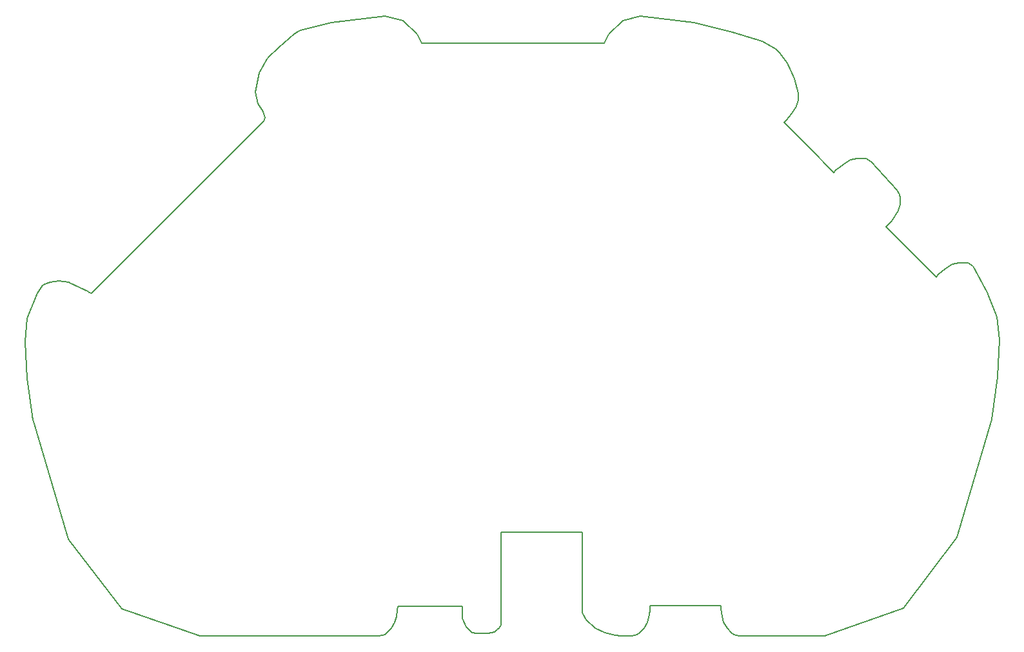
<source format=gbr>
G04 #@! TF.GenerationSoftware,KiCad,Pcbnew,(5.1.4)-1*
G04 #@! TF.CreationDate,2019-10-19T14:09:25-04:00*
G04 #@! TF.ProjectId,I2C Bus Board,49324320-4275-4732-9042-6f6172642e6b,rev?*
G04 #@! TF.SameCoordinates,Original*
G04 #@! TF.FileFunction,Profile,NP*
%FSLAX46Y46*%
G04 Gerber Fmt 4.6, Leading zero omitted, Abs format (unit mm)*
G04 Created by KiCad (PCBNEW (5.1.4)-1) date 2019-10-19 14:09:25*
%MOMM*%
%LPD*%
G04 APERTURE LIST*
%ADD10C,0.150000*%
G04 APERTURE END LIST*
D10*
X222377000Y-102679500D02*
X222377000Y-102235000D01*
X184594500Y-102362000D02*
X188468000Y-102362000D01*
X188468000Y-102679500D02*
X188468000Y-102362000D01*
X188468000Y-103949500D02*
X188468000Y-102679500D01*
X188976000Y-105029000D02*
X188468000Y-103949500D01*
X189674500Y-105791000D02*
X188976000Y-105029000D01*
X190309500Y-105918000D02*
X189674500Y-105791000D01*
X191833500Y-105918000D02*
X190309500Y-105918000D01*
X193230500Y-105219500D02*
X193040000Y-105410000D01*
X193484500Y-104775000D02*
X193230500Y-105219500D01*
X193484500Y-103187500D02*
X193484500Y-104775000D01*
X192659000Y-105727500D02*
X193040000Y-105410000D01*
X191833500Y-105918000D02*
X192659000Y-105727500D01*
X143764000Y-102679500D02*
X136715500Y-93535500D01*
X178244500Y-106045000D02*
X177546000Y-106235500D01*
X179133500Y-105219500D02*
X178562000Y-105791000D01*
X179768500Y-103695500D02*
X179578000Y-104457500D01*
X179959000Y-102362000D02*
X179895500Y-102870000D01*
X204152500Y-92583000D02*
X193484500Y-92583000D01*
X204660500Y-104140000D02*
X204152500Y-103187500D01*
X207137000Y-105791000D02*
X205867000Y-105219500D01*
X209232500Y-106235500D02*
X208534000Y-106108500D01*
X211391500Y-106045000D02*
X210693000Y-106235500D01*
X212280500Y-105219500D02*
X211709000Y-105791000D01*
X212979000Y-103441500D02*
X212725000Y-104457500D01*
X213106000Y-102235000D02*
X213042500Y-102870000D01*
X222377000Y-102235000D02*
X217741500Y-102235000D01*
X222758000Y-104457500D02*
X222567500Y-103695500D01*
X223774000Y-105791000D02*
X223202500Y-105219500D01*
X224790000Y-106235500D02*
X224091500Y-106045000D01*
X246380000Y-102552500D02*
X236029500Y-106235500D01*
X257937000Y-77787500D02*
X253365000Y-93281500D01*
X258953000Y-67310000D02*
X258699000Y-72199500D01*
X257365500Y-61087000D02*
X258635500Y-64325500D01*
X254838718Y-57242446D02*
X255467336Y-57601656D01*
X253626383Y-57197545D02*
X254434606Y-57197545D01*
X252099740Y-57826163D02*
X252773259Y-57422051D01*
X250887405Y-58769090D02*
X251426220Y-58320077D01*
X247340204Y-55760704D02*
X250617997Y-59038497D01*
X244331818Y-52213503D02*
X244062411Y-52482911D01*
X245274745Y-51001168D02*
X244780831Y-51674687D01*
X245903363Y-49474525D02*
X245678856Y-50327649D01*
X245858462Y-48262190D02*
X245903363Y-48666302D01*
X242068836Y-43885656D02*
X245499251Y-47633572D01*
X241036106Y-43481545D02*
X241440218Y-43526446D01*
X239374759Y-43706051D02*
X240227883Y-43481545D01*
X238027720Y-44604077D02*
X238701240Y-44110163D01*
X237488905Y-45053090D02*
X238027720Y-44604077D01*
X233941704Y-42044704D02*
X237219497Y-45322497D01*
X230933318Y-38497503D02*
X230663911Y-38766911D01*
X231876245Y-37285168D02*
X231382331Y-37958687D01*
X232504863Y-35758525D02*
X232280356Y-36611649D01*
X232029000Y-32956500D02*
X232504863Y-34950302D01*
X230124000Y-29591000D02*
X231076500Y-30988000D01*
X229552500Y-29083000D02*
X230124000Y-29591000D01*
X223901000Y-26860500D02*
X227838000Y-28067000D01*
X211772500Y-24765000D02*
X218821000Y-25590500D01*
X207645000Y-27114500D02*
X209486500Y-25336500D01*
X195072000Y-28321000D02*
X207073500Y-28321000D01*
X182499000Y-27114500D02*
X183070500Y-28321000D01*
X178308000Y-24765000D02*
X180657500Y-25336500D01*
X167195500Y-26606500D02*
X171259500Y-25590500D01*
X166370000Y-27178000D02*
X166878000Y-26797000D01*
X162877500Y-30289500D02*
X164401500Y-28829000D01*
X161226500Y-34734500D02*
X161734500Y-32194500D01*
X162306000Y-37338000D02*
X161607500Y-36258500D01*
X162496500Y-38163500D02*
X162306000Y-37338000D01*
X162369500Y-38608000D02*
X162496500Y-38163500D01*
X139763500Y-61150500D02*
X139446000Y-61087000D01*
X139382500Y-61023500D02*
X139446000Y-61087000D01*
X136779000Y-59753500D02*
X136906000Y-59817000D01*
X134302500Y-59753500D02*
X135445500Y-59563000D01*
X134112000Y-59817000D02*
X134302500Y-59753500D01*
X133413500Y-60071000D02*
X133350000Y-60134500D01*
X132143500Y-78041500D02*
X132080000Y-77851000D01*
X207645000Y-27114500D02*
X207073500Y-28321000D01*
X211772500Y-24765000D02*
X209486500Y-25336500D01*
X183070500Y-28321000D02*
X195072000Y-28321000D01*
X180657500Y-25336500D02*
X182499000Y-27114500D01*
X224790000Y-106235500D02*
X236029500Y-106235500D01*
X209232500Y-106235500D02*
X210693000Y-106235500D01*
X166878000Y-26797000D02*
X167195500Y-26606500D01*
X164401500Y-28829000D02*
X166370000Y-27178000D01*
X161734500Y-32194500D02*
X162877500Y-30289500D01*
X161607500Y-36258500D02*
X161226500Y-34734500D01*
X139763500Y-61150500D02*
X162369500Y-38608000D01*
X136906000Y-59817000D02*
X139382500Y-61023500D01*
X135445500Y-59563000D02*
X136779000Y-59753500D01*
X133413500Y-60071000D02*
X134112000Y-59817000D01*
X132651500Y-61150500D02*
X133350000Y-60134500D01*
X229552500Y-29083000D02*
X227838000Y-28067000D01*
X232029000Y-32956500D02*
X231076500Y-30988000D01*
X241036106Y-43481545D02*
X240227883Y-43481545D01*
X237488905Y-45053090D02*
X237219497Y-45322497D01*
X231382331Y-37958687D02*
X230933318Y-38497503D01*
X232280356Y-36611649D02*
X231876245Y-37285168D01*
X232504863Y-34950302D02*
X232504863Y-35758525D01*
X230663911Y-38766911D02*
X233941704Y-42044704D01*
X242068836Y-43885656D02*
X241440218Y-43526446D01*
X239374759Y-43706051D02*
X238701240Y-44110163D01*
X250887405Y-58769090D02*
X250617997Y-59038497D01*
X244780831Y-51674687D02*
X244331818Y-52213503D01*
X252099740Y-57826163D02*
X251426220Y-58320077D01*
X245678856Y-50327649D02*
X245274745Y-51001168D01*
X245903363Y-48666302D02*
X245903363Y-49474525D01*
X244062411Y-52482911D02*
X247340204Y-55760704D01*
X253626383Y-57197545D02*
X252773259Y-57422051D01*
X245499251Y-47633572D02*
X245858462Y-48262190D01*
X254838718Y-57242446D02*
X254434606Y-57197545D01*
X153987501Y-106235500D02*
X177546000Y-106235500D01*
X179768500Y-103695500D02*
X179895500Y-102870000D01*
X179959000Y-102362000D02*
X184594500Y-102362000D01*
X179133500Y-105219500D02*
X179578000Y-104457500D01*
X178244500Y-106045000D02*
X178562000Y-105791000D01*
X222567500Y-103695500D02*
X222377000Y-102679500D01*
X223202500Y-105219500D02*
X222758000Y-104457500D01*
X224091500Y-106045000D02*
X223774000Y-105791000D01*
X213106000Y-102235000D02*
X217741500Y-102235000D01*
X212979000Y-103441500D02*
X213042500Y-102870000D01*
X212280500Y-105219500D02*
X212725000Y-104457500D01*
X211391500Y-106045000D02*
X211709000Y-105791000D01*
X193484500Y-92583000D02*
X193484500Y-103187500D01*
X207137000Y-105791000D02*
X208534000Y-106108500D01*
X204660500Y-104140000D02*
X205867000Y-105219500D01*
X204152500Y-92583000D02*
X204152500Y-103187500D01*
X153987501Y-106235500D02*
X143764000Y-102679500D01*
X131318000Y-64516000D02*
X132651500Y-61150500D01*
X132080000Y-77851000D02*
X131318000Y-72326500D01*
X136715500Y-93535500D02*
X132143500Y-78041500D01*
X131318000Y-72326500D02*
X131000500Y-67500500D01*
X131000500Y-67500500D02*
X131318000Y-64516000D01*
X171259500Y-25590500D02*
X178308000Y-24765000D01*
X223901000Y-26860500D02*
X218821000Y-25590500D01*
X257365500Y-61087000D02*
X255467336Y-57601656D01*
X258953000Y-67310000D02*
X258635500Y-64325500D01*
X257937000Y-77787500D02*
X258699000Y-72199500D01*
X246380000Y-102552500D02*
X253365000Y-93281500D01*
M02*

</source>
